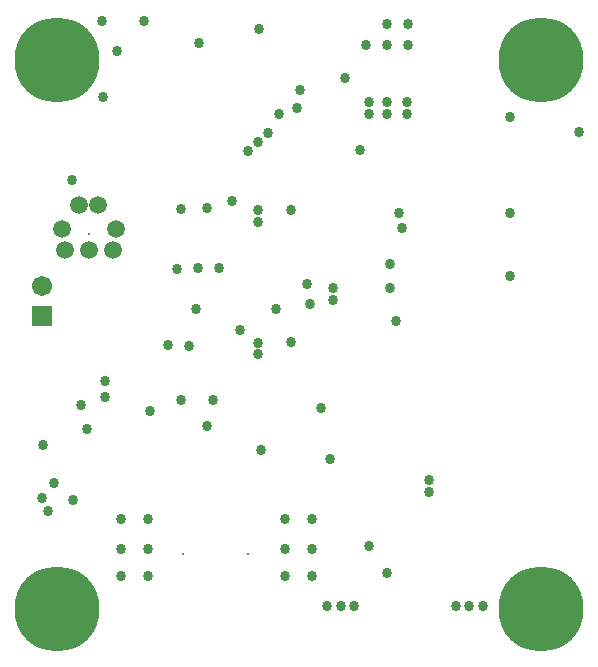
<source format=gbs>
G04 Layer_Color=16711935*
%FSLAX25Y25*%
%MOIN*%
G70*
G01*
G75*
%ADD82C,0.00800*%
%ADD83C,0.05918*%
%ADD84C,0.28359*%
%ADD85R,0.06706X0.06706*%
%ADD86C,0.06706*%
%ADD87C,0.03400*%
D82*
X10714Y-58001D02*
D03*
X63827Y-164590D02*
D03*
X42173D02*
D03*
D83*
X2840Y-63512D02*
D03*
X10714D02*
D03*
X18588D02*
D03*
X1659Y-56426D02*
D03*
X19770D02*
D03*
X7565Y-48552D02*
D03*
X13864D02*
D03*
D84*
X0Y-182931D02*
D03*
X161277Y-182931D02*
D03*
Y0D02*
D03*
X0Y0D02*
D03*
D85*
X-5000Y-85500D02*
D03*
D86*
Y-75500D02*
D03*
D87*
X70500Y-24500D02*
D03*
X63769Y-30500D02*
D03*
X84500Y-81500D02*
D03*
X73000Y-83000D02*
D03*
X5000Y-40000D02*
D03*
X5250Y-146750D02*
D03*
X-3000Y-150500D02*
D03*
X41500Y-113500D02*
D03*
X49981Y-122026D02*
D03*
X52000Y-113500D02*
D03*
X61000Y-89926D02*
D03*
X44000Y-95500D02*
D03*
X37000Y-95000D02*
D03*
X66982Y-98026D02*
D03*
Y-94526D02*
D03*
X66970Y-50077D02*
D03*
Y-54076D02*
D03*
X54000Y-69500D02*
D03*
X47000D02*
D03*
X50000Y-49500D02*
D03*
X41469Y-49577D02*
D03*
X8000Y-115000D02*
D03*
X20000Y3000D02*
D03*
X29000Y13000D02*
D03*
X15000D02*
D03*
X78000Y-50000D02*
D03*
X96000Y-6000D02*
D03*
X104000Y-18173D02*
D03*
X110000D02*
D03*
X116732D02*
D03*
X110000Y12000D02*
D03*
X117000D02*
D03*
X103000Y5000D02*
D03*
X110000D02*
D03*
X117000D02*
D03*
X79950Y-16000D02*
D03*
X92000Y-80000D02*
D03*
X124000Y-140000D02*
D03*
Y-144000D02*
D03*
X92000Y-76000D02*
D03*
X101000Y-30000D02*
D03*
X78110Y-94000D02*
D03*
X110000Y-171000D02*
D03*
X103969Y-162031D02*
D03*
X67981Y-129982D02*
D03*
X39970Y-69577D02*
D03*
X174000Y-24000D02*
D03*
X111158Y-68158D02*
D03*
X111000Y-76000D02*
D03*
X83424Y-74576D02*
D03*
X113000Y-87000D02*
D03*
X91000Y-133000D02*
D03*
X88000Y-116000D02*
D03*
X-1000Y-141000D02*
D03*
X76000Y-172000D02*
D03*
Y-153000D02*
D03*
X85000D02*
D03*
Y-172000D02*
D03*
Y-163000D02*
D03*
X76000D02*
D03*
X21512D02*
D03*
X30512D02*
D03*
Y-172000D02*
D03*
Y-153000D02*
D03*
X21512D02*
D03*
Y-172000D02*
D03*
X90000Y-182000D02*
D03*
X94646Y-182110D02*
D03*
X99000Y-182000D02*
D03*
X133000D02*
D03*
X137559Y-182110D02*
D03*
X142000Y-182000D02*
D03*
X31000Y-117144D02*
D03*
X151000Y-72000D02*
D03*
X115000Y-56000D02*
D03*
X110000Y-14000D02*
D03*
X116732D02*
D03*
X104000D02*
D03*
X151000Y-19000D02*
D03*
X67000Y-27459D02*
D03*
X74000Y-18000D02*
D03*
X114000Y-51000D02*
D03*
X151000D02*
D03*
X16000Y-107000D02*
D03*
X81000Y-10000D02*
D03*
X58500Y-47000D02*
D03*
X10000Y-123000D02*
D03*
X15500Y-12500D02*
D03*
X16000Y-112500D02*
D03*
X-5000Y-146000D02*
D03*
X-4500Y-128500D02*
D03*
X46347Y-83000D02*
D03*
X67500Y10213D02*
D03*
X47500Y5500D02*
D03*
M02*

</source>
